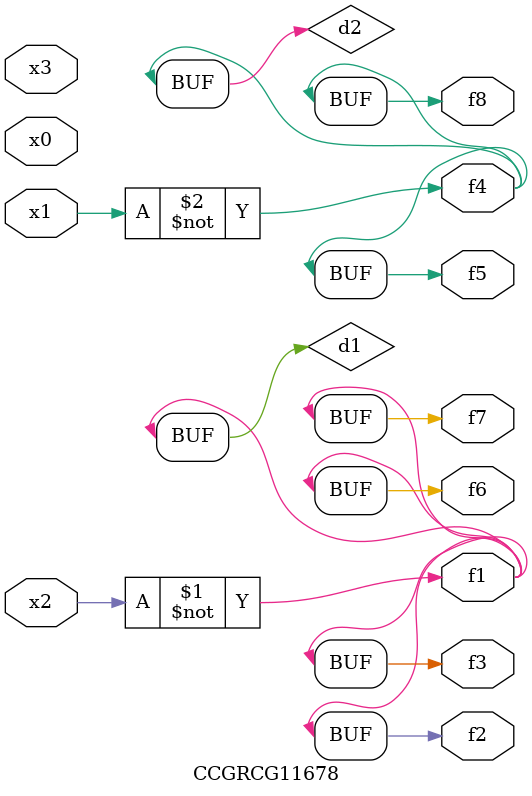
<source format=v>
module CCGRCG11678(
	input x0, x1, x2, x3,
	output f1, f2, f3, f4, f5, f6, f7, f8
);

	wire d1, d2;

	xnor (d1, x2);
	not (d2, x1);
	assign f1 = d1;
	assign f2 = d1;
	assign f3 = d1;
	assign f4 = d2;
	assign f5 = d2;
	assign f6 = d1;
	assign f7 = d1;
	assign f8 = d2;
endmodule

</source>
